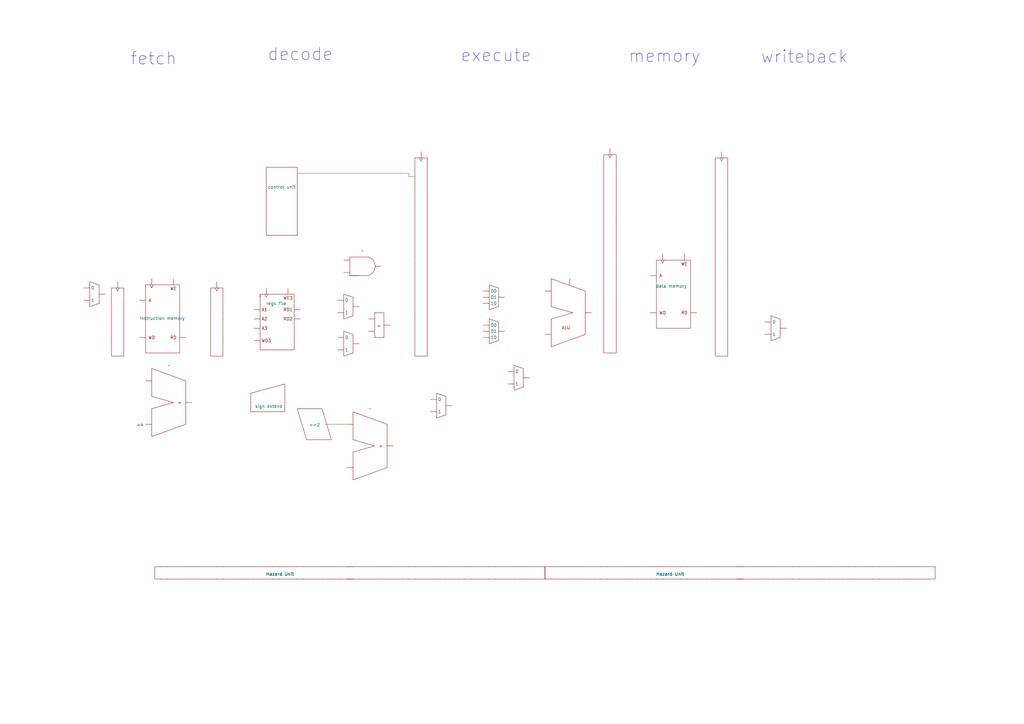
<source format=kicad_sch>
(kicad_sch (version 20231120) (generator "eeschema") (generator_version "8.0")
  (paper "A3")
  (title_block (title "C5 RISC-V processor") (company "cod5.com"))
  (lib_symbols
    (symbol "blocks:adder" (pin_numbers hide)
      (property "Reference" "U1" (at -2.54 -4.064 0))
      (property "Value" "~" (at -1.524 6.35 0))
      (symbol "adder_0_1"
        (polyline (pts (xy -8.89 12.7) (xy -8.89 13.97) (xy 5.08 8.89) (xy 5.08 -8.89)))
        (polyline (pts (xy -8.89 12.7) (xy -8.89 2.54) (xy 0 0) (xy -8.89 -2.54) (xy -8.89 -10.16) (xy -8.89 -13.97) (xy 5.08 -8.89)))
      )
      (symbol "adder_1_1"
        (text "+" (at 2.54 0 0) (effects (font (size 1.27 1.27))))
        (pin input line (at -11.43 8.89 0) (length 2.54) (name "A") (number ""))
        (pin input line (at -11.43 -8.89 0) (length 2.54) (name "B") (number ""))
        (pin output line (at 7.62 0 180) (length 2.54) (name "O") (number ""))
      )
    )
    (symbol "blocks:alu" (pin_numbers hide)
      (property "Reference" "U2" (at -2.286 7.874 0))
      (property "Value" "~" (at -2.794 3.302 0))
      (symbol "alu_0_1"
        (polyline (pts (xy -8.89 12.7) (xy -8.89 13.97) (xy 5.08 8.89) (xy 5.08 -8.89)))
        (polyline (pts (xy -8.89 12.7) (xy -8.89 2.54) (xy 0 0) (xy -8.89 -2.54) (xy -8.89 -10.16) (xy -8.89 -13.97) (xy 5.08 -8.89)))
      )
      (symbol "alu_1_1"
        (text "ALU" (at -2.794 -6.096 0) (effects (font (size 1.27 1.27))))
        (pin input line (at -1.27 13.97 270) (length 2.54) (name "") (number ""))
        (pin input line (at -11.43 8.89 0) (length 2.54) (name "A") (number ""))
        (pin input line (at -11.43 -8.89 0) (length 2.54) (name "B") (number ""))
        (pin output line (at 7.62 0 180) (length 2.54) (name "O") (number ""))
      )
    )
    (symbol "blocks:and" (pin_numbers hide)
      (property "Reference" "=" (at -3.302 0.762 0))
      (property "Value" " " (at -3.302 0 0))
      (symbol "and_0_1"
        (polyline (pts (xy -5.08 5.08) (xy -5.08 5.08)))
        (polyline (pts (xy 2.54 3.81) (xy -5.08 3.81)))
        (polyline (pts (xy 2.54 -3.81) (xy -5.08 -3.81) (xy -5.08 -3.81) (xy -5.08 -3.81)))
        (polyline (pts (xy -5.08 3.81) (xy -5.08 3.81) (xy -5.08 1.27) (xy -5.08 -1.27) (xy -5.08 -1.27) (xy -5.08 -3.81) (xy -1.27 -3.81)))
        (arc (start 2.54 -3.81) (mid 5.2861 0) (end 2.54 3.81))
      )
      (symbol "and_1_1"
        (pin input line (at -7.62 2.54 0) (length 2.54) (name "0") (number ""))
        (pin input line (at -7.62 -2.54 0) (length 2.54) (name "1") (number ""))
        (pin output line (at 7.62 0 180) (length 2.54) (name "O") (number ""))
      )
    )
    (symbol "blocks:control_unit" (pin_numbers hide)
      (property "Reference" "U2" (at -4.826 7.874 0))
      (property "Value" "control unit" (at 0.254 12.7 0))
      (symbol "control_unit_0_1"
        (polyline (pts (xy -6.35 12.7) (xy -6.35 13.97) (xy 6.35 13.97) (xy 6.35 -13.97)))
        (polyline (pts (xy -6.35 12.7) (xy -6.35 2.54) (xy -6.35 0) (xy -6.35 -2.54) (xy -6.35 -10.16) (xy -6.35 -13.97) (xy 6.35 -13.97)))
      )
      (symbol "control_unit_1_1"
        (pin input line (at -6.35 -11.43 0) (length 0) (name "A") (number ""))
        (pin input line (at -6.35 -8.89 0) (length 0) (name "A") (number ""))
        (pin input line (at -6.35 -6.35 0) (length 0) (name "A") (number ""))
        (pin input line (at -6.35 -3.81 0) (length 0) (name "A") (number ""))
        (pin input line (at -6.35 -1.27 0) (length 0) (name "A") (number ""))
        (pin input line (at -6.35 1.27 0) (length 0) (name "A") (number ""))
        (pin input line (at -6.35 3.81 0) (length 0) (name "A") (number ""))
        (pin input line (at -6.35 6.35 0) (length 0) (name "A") (number ""))
        (pin input line (at -6.35 8.89 0) (length 0) (name "A") (number ""))
        (pin input line (at -6.35 11.43 0) (length 0) (name "A") (number ""))
        (pin output line (at 6.35 -11.43 180) (length 0) (name "O") (number ""))
        (pin output line (at 6.35 -8.89 180) (length 0) (name "O") (number ""))
        (pin output line (at 6.35 -6.35 180) (length 0) (name "O") (number ""))
        (pin output line (at 6.35 -3.81 180) (length 0) (name "O") (number ""))
        (pin output line (at 6.35 -1.27 180) (length 0) (name "O") (number ""))
        (pin output line (at 6.35 1.27 180) (length 0) (name "O") (number ""))
        (pin output line (at 6.35 3.81 180) (length 0) (name "O") (number ""))
        (pin output line (at 6.35 6.35 180) (length 0) (name "O") (number ""))
        (pin output line (at 6.35 8.89 180) (length 0) (name "O") (number ""))
        (pin output line (at 6.35 11.43 180) (length 0) (name "O") (number ""))
      )
    )
    (symbol "blocks:equal" (pin_numbers hide)
      (property "Reference" "=" (at -7.112 0.762 0))
      (property "Value" "=" (at -7.112 0 0))
      (symbol "equal_0_1"
        (polyline (pts (xy -8.89 5.08) (xy -8.89 5.08) (xy -5.08 5.08) (xy -5.08 -5.08)))
        (polyline (pts (xy -8.89 5.08) (xy -8.89 2.54) (xy -8.89 0) (xy -8.89 -2.54) (xy -8.89 -2.54) (xy -8.89 -5.08) (xy -5.08 -5.08)))
      )
      (symbol "equal_1_1"
        (pin input line (at -11.43 2.54 0) (length 2.54) (name "0") (number ""))
        (pin input line (at -11.43 -2.54 0) (length 2.54) (name "1") (number ""))
        (pin output line (at -2.54 0 180) (length 2.54) (name "O") (number ""))
      )
    )
    (symbol "blocks:hazard_unit" (pin_numbers hide)
      (property "Reference" "U2" (at -47.244 0.254 90))
      (property "Value" "Hazard Unit" (at -42.672 -0.254 0))
      (symbol "hazard_unit_0_1"
        (polyline (pts (xy -81.28 -1.27) (xy -81.28 3.81) (xy 0 3.81)))
        (polyline (pts (xy -2.54 3.81) (xy -2.54 3.81) (xy 78.74 3.81)))
        (polyline (pts (xy -81.28 -1.27) (xy -16.51 -1.27) (xy -13.97 -1.27) (xy -11.43 -1.27) (xy -3.81 -1.27) (xy 0 -1.27) (xy 0 -1.27)))
        (polyline (pts (xy -2.54 -1.27) (xy 62.23 -1.27) (xy 64.77 -1.27) (xy 67.31 -1.27) (xy 74.93 -1.27) (xy 78.74 -1.27) (xy 78.74 3.81)))
      )
      (symbol "hazard_unit_1_1"
        (pin input line (at -78.74 -1.27 90) (length 0) (name "A") (number ""))
        (pin input line (at -76.2 -1.27 90) (length 0) (name "A") (number ""))
        (pin input line (at -73.66 -1.27 90) (length 0) (name "A") (number ""))
        (pin input line (at -71.12 -1.27 90) (length 0) (name "A") (number ""))
        (pin input line (at -68.58 -1.27 90) (length 0) (name "A") (number ""))
        (pin input line (at -66.04 -1.27 90) (length 0) (name "A") (number ""))
        (pin input line (at -63.5 -1.27 90) (length 0) (name "A") (number ""))
        (pin input line (at -60.96 -1.27 90) (length 0) (name "A") (number ""))
        (pin input line (at -58.42 -1.27 90) (length 0) (name "A") (number ""))
        (pin input line (at -55.88 -1.27 90) (length 0) (name "A") (number ""))
        (pin input line (at -53.34 -1.27 90) (length 0) (name "A") (number ""))
        (pin input line (at -50.8 -1.27 90) (length 0) (name "A") (number ""))
        (pin input line (at -48.26 -1.27 90) (length 0) (name "A") (number ""))
        (pin input line (at -45.72 -1.27 90) (length 0) (name "A") (number ""))
        (pin input line (at -43.18 -1.27 90) (length 0) (name "A") (number ""))
        (pin input line (at -40.64 -1.27 90) (length 0) (name "A") (number ""))
        (pin input line (at -38.1 -1.27 90) (length 0) (name "A") (number ""))
        (pin input line (at -35.56 -1.27 90) (length 0) (name "A") (number ""))
        (pin input line (at -33.02 -1.27 90) (length 0) (name "A") (number ""))
        (pin input line (at -30.48 -1.27 90) (length 0) (name "A") (number ""))
        (pin input line (at -27.94 -1.27 90) (length 0) (name "A") (number ""))
        (pin input line (at -25.4 -1.27 90) (length 0) (name "A") (number ""))
        (pin input line (at -22.86 -1.27 90) (length 0) (name "A") (number ""))
        (pin input line (at -20.32 -1.27 90) (length 0) (name "A") (number ""))
        (pin input line (at -17.78 -1.27 90) (length 0) (name "A") (number ""))
        (pin input line (at -15.24 -1.27 90) (length 0) (name "A") (number ""))
        (pin input line (at -12.7 -1.27 90) (length 0) (name "A") (number ""))
        (pin input line (at -10.16 -1.27 90) (length 0) (name "A") (number ""))
        (pin input line (at -7.62 -1.27 90) (length 0) (name "A") (number ""))
        (pin input line (at -5.08 -1.27 90) (length 0) (name "A") (number ""))
        (pin input line (at -2.54 -1.27 90) (length 0) (name "A") (number ""))
        (pin input line (at 0 -1.27 90) (length 0) (name "A") (number ""))
        (pin input line (at 2.54 -1.27 90) (length 0) (name "A") (number ""))
        (pin input line (at 5.08 -1.27 90) (length 0) (name "A") (number ""))
        (pin input line (at 7.62 -1.27 90) (length 0) (name "A") (number ""))
        (pin input line (at 10.16 -1.27 90) (length 0) (name "A") (number ""))
        (pin input line (at 12.7 -1.27 90) (length 0) (name "A") (number ""))
        (pin input line (at 15.24 -1.27 90) (length 0) (name "A") (number ""))
        (pin input line (at 17.78 -1.27 90) (length 0) (name "A") (number ""))
        (pin input line (at 20.32 -1.27 90) (length 0) (name "A") (number ""))
        (pin input line (at 22.86 -1.27 90) (length 0) (name "A") (number ""))
        (pin input line (at 25.4 -1.27 90) (length 0) (name "A") (number ""))
        (pin input line (at 27.94 -1.27 90) (length 0) (name "A") (number ""))
        (pin input line (at 30.48 -1.27 90) (length 0) (name "A") (number ""))
        (pin input line (at 33.02 -1.27 90) (length 0) (name "A") (number ""))
        (pin input line (at 35.56 -1.27 90) (length 0) (name "A") (number ""))
        (pin input line (at 38.1 -1.27 90) (length 0) (name "A") (number ""))
        (pin input line (at 40.64 -1.27 90) (length 0) (name "A") (number ""))
        (pin input line (at 43.18 -1.27 90) (length 0) (name "A") (number ""))
        (pin input line (at 45.72 -1.27 90) (length 0) (name "A") (number ""))
        (pin input line (at 48.26 -1.27 90) (length 0) (name "A") (number ""))
        (pin input line (at 50.8 -1.27 90) (length 0) (name "A") (number ""))
        (pin input line (at 53.34 -1.27 90) (length 0) (name "A") (number ""))
        (pin input line (at 55.88 -1.27 90) (length 0) (name "A") (number ""))
        (pin input line (at 58.42 -1.27 90) (length 0) (name "A") (number ""))
        (pin input line (at 60.96 -1.27 90) (length 0) (name "A") (number ""))
        (pin input line (at 63.5 -1.27 90) (length 0) (name "A") (number ""))
        (pin input line (at 66.04 -1.27 90) (length 0) (name "A") (number ""))
        (pin input line (at 68.58 -1.27 90) (length 0) (name "A") (number ""))
        (pin input line (at 71.12 -1.27 90) (length 0) (name "A") (number ""))
        (pin input line (at 73.66 -1.27 90) (length 0) (name "A") (number ""))
        (pin input line (at 76.2 -1.27 90) (length 0) (name "A") (number ""))
        (pin output line (at -78.74 3.81 270) (length 0) (name "O") (number ""))
        (pin output line (at -76.2 3.81 270) (length 0) (name "O") (number ""))
        (pin output line (at -73.66 3.81 270) (length 0) (name "O") (number ""))
        (pin output line (at -71.12 3.81 270) (length 0) (name "O") (number ""))
        (pin output line (at -68.58 3.81 270) (length 0) (name "O") (number ""))
        (pin output line (at -66.04 3.81 270) (length 0) (name "O") (number ""))
        (pin output line (at -63.5 3.81 270) (length 0) (name "O") (number ""))
        (pin output line (at -60.96 3.81 270) (length 0) (name "O") (number ""))
        (pin output line (at -58.42 3.81 270) (length 0) (name "O") (number ""))
        (pin output line (at -55.88 3.81 270) (length 0) (name "O") (number ""))
        (pin output line (at -53.34 3.81 270) (length 0) (name "O") (number ""))
        (pin output line (at -50.8 3.81 270) (length 0) (name "O") (number ""))
        (pin output line (at -48.26 3.81 270) (length 0) (name "O") (number ""))
        (pin output line (at -45.72 3.81 270) (length 0) (name "O") (number ""))
        (pin output line (at -43.18 3.81 270) (length 0) (name "O") (number ""))
        (pin output line (at -40.64 3.81 270) (length 0) (name "O") (number ""))
        (pin output line (at -38.1 3.81 270) (length 0) (name "O") (number ""))
        (pin output line (at -35.56 3.81 270) (length 0) (name "O") (number ""))
        (pin output line (at -33.02 3.81 270) (length 0) (name "O") (number ""))
        (pin output line (at -30.48 3.81 270) (length 0) (name "O") (number ""))
        (pin output line (at -27.94 3.81 270) (length 0) (name "O") (number ""))
        (pin output line (at -25.4 3.81 270) (length 0) (name "O") (number ""))
        (pin output line (at -22.86 3.81 270) (length 0) (name "O") (number ""))
        (pin output line (at -20.32 3.81 270) (length 0) (name "O") (number ""))
        (pin output line (at -17.78 3.81 270) (length 0) (name "O") (number ""))
        (pin output line (at -15.24 3.81 270) (length 0) (name "O") (number ""))
        (pin output line (at -12.7 3.81 270) (length 0) (name "O") (number ""))
        (pin output line (at -10.16 3.81 270) (length 0) (name "O") (number ""))
        (pin output line (at -7.62 3.81 270) (length 0) (name "O") (number ""))
        (pin output line (at -5.08 3.81 270) (length 0) (name "O") (number ""))
        (pin output line (at -2.54 3.81 270) (length 0) (name "O") (number ""))
        (pin output line (at 0 3.81 270) (length 0) (name "O") (number ""))
        (pin output line (at 2.54 3.81 270) (length 0) (name "O") (number ""))
        (pin output line (at 5.08 3.81 270) (length 0) (name "O") (number ""))
        (pin output line (at 7.62 3.81 270) (length 0) (name "O") (number ""))
        (pin output line (at 10.16 3.81 270) (length 0) (name "O") (number ""))
        (pin output line (at 12.7 3.81 270) (length 0) (name "O") (number ""))
        (pin output line (at 15.24 3.81 270) (length 0) (name "O") (number ""))
        (pin output line (at 17.78 3.81 270) (length 0) (name "O") (number ""))
        (pin output line (at 20.32 3.81 270) (length 0) (name "O") (number ""))
        (pin output line (at 22.86 3.81 270) (length 0) (name "O") (number ""))
        (pin output line (at 25.4 3.81 270) (length 0) (name "O") (number ""))
        (pin output line (at 27.94 3.81 270) (length 0) (name "O") (number ""))
        (pin output line (at 30.48 3.81 270) (length 0) (name "O") (number ""))
        (pin output line (at 33.02 3.81 270) (length 0) (name "O") (number ""))
        (pin output line (at 35.56 3.81 270) (length 0) (name "O") (number ""))
        (pin output line (at 38.1 3.81 270) (length 0) (name "O") (number ""))
        (pin output line (at 40.64 3.81 270) (length 0) (name "O") (number ""))
        (pin output line (at 43.18 3.81 270) (length 0) (name "O") (number ""))
        (pin output line (at 45.72 3.81 270) (length 0) (name "O") (number ""))
        (pin output line (at 48.26 3.81 270) (length 0) (name "O") (number ""))
        (pin output line (at 50.8 3.81 270) (length 0) (name "O") (number ""))
        (pin output line (at 53.34 3.81 270) (length 0) (name "O") (number ""))
        (pin output line (at 55.88 3.81 270) (length 0) (name "O") (number ""))
        (pin output line (at 58.42 3.81 270) (length 0) (name "O") (number ""))
        (pin output line (at 60.96 3.81 270) (length 0) (name "O") (number ""))
        (pin output line (at 63.5 3.81 270) (length 0) (name "O") (number ""))
        (pin output line (at 66.04 3.81 270) (length 0) (name "O") (number ""))
        (pin output line (at 68.58 3.81 270) (length 0) (name "O") (number ""))
        (pin output line (at 71.12 3.81 270) (length 0) (name "O") (number ""))
        (pin output line (at 73.66 3.81 270) (length 0) (name "O") (number ""))
        (pin output line (at 76.2 3.81 270) (length 0) (name "O") (number ""))
      )
    )
    (symbol "blocks:memory" (pin_numbers hide)
      (property "Reference" "U2" (at -2.286 7.874 0))
      (property "Value" "memory" (at -2.794 3.302 0))
      (symbol "memory_0_1"
        (polyline (pts (xy -8.89 12.7) (xy -8.89 13.97) (xy 5.08 13.97) (xy 5.08 -13.97)))
        (polyline (pts (xy -8.89 12.7) (xy -8.89 2.54) (xy -8.89 0) (xy -8.89 -2.54) (xy -8.89 -10.16) (xy -8.89 -13.97) (xy 5.08 -13.97)))
      )
      (symbol "memory_1_1"
        (text "A\n" (at -7.112 7.62 0) (effects (font (size 1.27 1.27))))
        (text "RD\n" (at 2.54 -7.62 0) (effects (font (size 1.27 1.27))))
        (text "WD" (at -6.35 -7.62 0) (effects (font (size 1.27 1.27))))
        (text "WE" (at 2.54 12.446 0) (effects (font (size 1.27 1.27))))
        (pin input line (at -11.43 7.62 0) (length 2.54) (name "A") (number ""))
        (pin input line (at -11.43 -7.62 0) (length 2.54) (name "B") (number ""))
        (pin output line (at 7.62 -7.62 180) (length 2.54) (name "O") (number ""))
        (pin input line (at 2.54 16.51 270) (length 2.54) (name "") (number "1"))
        (pin input clock (at -6.35 16.51 270) (length 2.54) (name "") (number "CLK"))
      )
    )
    (symbol "blocks:mux2" (pin_numbers hide)
      (property "Reference" "U1" (at -2.54 -4.064 0))
      (property "Value" "~" (at -1.524 6.35 0))
      (symbol "mux2_0_1"
        (polyline (pts (xy -8.89 5.08) (xy -8.89 5.08) (xy -5.08 3.81) (xy -5.08 -3.81)))
        (polyline (pts (xy -8.89 5.08) (xy -8.89 2.54) (xy -8.89 0) (xy -8.89 -2.54) (xy -8.89 -2.54) (xy -8.89 -5.08) (xy -5.08 -3.81)))
      )
      (symbol "mux2_1_1"
        (pin input line (at -6.35 -3.81 270) (length 0) (name "") (number ""))
        (pin input line (at -11.43 2.54 0) (length 2.54) (name "0") (number ""))
        (pin input line (at -11.43 -2.54 0) (length 2.54) (name "1") (number ""))
        (pin output line (at -2.54 0 180) (length 2.54) (name "O") (number ""))
        (pin input line (at -6.35 3.81 270) (length 0) (name "S") (number ""))
      )
    )
    (symbol "blocks:mux3" (pin_numbers hide)
      (property "Reference" "U1" (at -2.54 -4.064 0))
      (property "Value" "~" (at -1.524 6.35 0))
      (symbol "mux3_0_1"
        (polyline (pts (xy -8.89 5.08) (xy -8.89 5.08) (xy -5.08 3.81) (xy -5.08 -3.81)))
        (polyline (pts (xy -8.89 5.08) (xy -8.89 2.54) (xy -8.89 0) (xy -8.89 -2.54) (xy -8.89 -2.54) (xy -8.89 -5.08) (xy -5.08 -3.81)))
      )
      (symbol "mux3_1_1"
        (pin input line (at -6.35 -3.81 270) (length 0) (name "") (number ""))
        (pin input line (at -11.43 2.54 0) (length 2.54) (name "00") (number ""))
        (pin input line (at -11.43 0 0) (length 2.54) (name "01") (number ""))
        (pin input line (at -11.43 -2.54 0) (length 2.54) (name "10") (number ""))
        (pin output line (at -2.54 0 180) (length 2.54) (name "O") (number ""))
        (pin input line (at -6.35 3.81 270) (length 0) (name "S") (number ""))
      )
    )
    (symbol "blocks:reg_file" (pin_numbers hide)
      (property "Reference" "U2" (at 0.254 5.334 0))
      (property "Value" "regs file" (at 0.254 7.62 0))
      (symbol "reg_file_0_1"
        (polyline (pts (xy -6.35 10.16) (xy -6.35 11.43) (xy 7.62 11.43) (xy 7.62 -11.43)))
        (polyline (pts (xy -6.35 11.43) (xy -6.35 5.08) (xy -6.35 2.54) (xy -6.35 0) (xy -6.35 -7.62) (xy -6.35 -11.43) (xy 7.62 -11.43)))
      )
      (symbol "reg_file_1_1"
        (text "A1" (at -4.572 5.08 0) (effects (font (size 1.27 1.27))))
        (text "A2\n" (at -4.572 1.27 0) (effects (font (size 1.27 1.27))))
        (text "A3\n" (at -4.572 -2.54 0) (effects (font (size 1.27 1.27))))
        (text "RD1\n" (at 5.08 5.08 0) (effects (font (size 1.27 1.27))))
        (text "RD2" (at 5.08 1.27 0) (effects (font (size 1.27 1.27))))
        (text "WD3" (at -3.81 -7.62 0) (effects (font (size 1.27 1.27))))
        (text "WE3" (at 5.08 9.906 0) (effects (font (size 1.27 1.27))))
        (pin input line (at -8.89 -2.54 0) (length 2.54) (name "A") (number ""))
        (pin input line (at -8.89 1.27 0) (length 2.54) (name "A") (number ""))
        (pin input line (at -8.89 5.08 0) (length 2.54) (name "A") (number ""))
        (pin input line (at -8.89 -7.62 0) (length 2.54) (name "B") (number ""))
        (pin output line (at 10.16 1.27 180) (length 2.54) (name "O") (number ""))
        (pin output line (at 10.16 5.08 180) (length 2.54) (name "O") (number ""))
        (pin input line (at 5.08 13.97 270) (length 2.54) (name "") (number "1"))
        (pin input clock (at -3.81 13.97 270) (length 2.54) (name "") (number "CLK"))
      )
    )
    (symbol "blocks:register" (pin_numbers hide)
      (property "Reference" "U2" (at -1.016 7.874 0))
      (property "Value" "~" (at -1.524 3.302 0))
      (symbol "register_0_1"
        (polyline (pts (xy -2.54 12.7) (xy -2.54 13.97) (xy 2.54 13.97) (xy 2.54 -13.97)))
        (polyline (pts (xy -2.54 12.7) (xy -2.54 2.54) (xy -2.54 0) (xy -2.54 -2.54) (xy -2.54 -10.16) (xy -2.54 -13.97) (xy 2.54 -13.97)))
      )
      (symbol "register_1_1"
        (pin input line (at -2.54 -11.43 0) (length 0) (name "A") (number ""))
        (pin input line (at -2.54 -8.89 0) (length 0) (name "A") (number ""))
        (pin input line (at -2.54 -6.35 0) (length 0) (name "A") (number ""))
        (pin input line (at -2.54 -3.81 0) (length 0) (name "A") (number ""))
        (pin input line (at -2.54 -1.27 0) (length 0) (name "A") (number ""))
        (pin input line (at -2.54 1.27 0) (length 0) (name "A") (number ""))
        (pin input line (at -2.54 3.81 0) (length 0) (name "A") (number ""))
        (pin input line (at -2.54 6.35 0) (length 0) (name "A") (number ""))
        (pin input line (at -2.54 8.89 0) (length 0) (name "A") (number ""))
        (pin input line (at -2.54 11.43 0) (length 0) (name "A") (number ""))
        (pin input line (at 0 -13.97 90) (length 0) (name "A") (number ""))
        (pin output line (at 2.54 -11.43 180) (length 0) (name "O") (number ""))
        (pin output line (at 2.54 -8.89 180) (length 0) (name "O") (number ""))
        (pin output line (at 2.54 -6.35 180) (length 0) (name "O") (number ""))
        (pin output line (at 2.54 -3.81 180) (length 0) (name "O") (number ""))
        (pin output line (at 2.54 -1.27 180) (length 0) (name "O") (number ""))
        (pin output line (at 2.54 1.27 180) (length 0) (name "O") (number ""))
        (pin output line (at 2.54 3.81 180) (length 0) (name "O") (number ""))
        (pin output line (at 2.54 6.35 180) (length 0) (name "O") (number ""))
        (pin output line (at 2.54 8.89 180) (length 0) (name "O") (number ""))
        (pin output line (at 2.54 11.43 180) (length 0) (name "O") (number ""))
        (pin input clock (at 0 16.51 270) (length 2.54) (name "") (number "CLK"))
      )
    )
    (symbol "blocks:register_big" (pin_numbers hide)
      (property "Reference" "U2" (at -1.016 7.874 0))
      (property "Value" "~" (at -1.524 3.302 0))
      (symbol "register_big_0_1"
        (polyline (pts (xy -2.54 41.91) (xy 2.54 41.91) (xy 2.54 -39.37)))
        (polyline (pts (xy -2.54 41.91) (xy -2.54 -22.86) (xy -2.54 -25.4) (xy -2.54 -27.94) (xy -2.54 -35.56) (xy -2.54 -39.37) (xy 2.54 -39.37)))
      )
      (symbol "register_big_1_1"
        (pin input line (at -2.54 -36.83 0) (length 0) (name "A") (number ""))
        (pin input line (at -2.54 -34.29 0) (length 0) (name "A") (number ""))
        (pin input line (at -2.54 -31.75 0) (length 0) (name "A") (number ""))
        (pin input line (at -2.54 -29.21 0) (length 0) (name "A") (number ""))
        (pin input line (at -2.54 -26.67 0) (length 0) (name "A") (number ""))
        (pin input line (at -2.54 -24.13 0) (length 0) (name "A") (number ""))
        (pin input line (at -2.54 -21.59 0) (length 0) (name "A") (number ""))
        (pin input line (at -2.54 -19.05 0) (length 0) (name "A") (number ""))
        (pin input line (at -2.54 -16.51 0) (length 0) (name "A") (number ""))
        (pin input line (at -2.54 -13.97 0) (length 0) (name "A") (number ""))
        (pin input line (at -2.54 -11.43 0) (length 0) (name "A") (number ""))
        (pin input line (at -2.54 -8.89 0) (length 0) (name "A") (number ""))
        (pin input line (at -2.54 -6.35 0) (length 0) (name "A") (number ""))
        (pin input line (at -2.54 -3.81 0) (length 0) (name "A") (number ""))
        (pin input line (at -2.54 -1.27 0) (length 0) (name "A") (number ""))
        (pin input line (at -2.54 1.27 0) (length 0) (name "A") (number ""))
        (pin input line (at -2.54 3.81 0) (length 0) (name "A") (number ""))
        (pin input line (at -2.54 6.35 0) (length 0) (name "A") (number ""))
        (pin input line (at -2.54 8.89 0) (length 0) (name "A") (number ""))
        (pin input line (at -2.54 11.43 0) (length 0) (name "A") (number ""))
        (pin input line (at -2.54 13.97 0) (length 0) (name "A") (number ""))
        (pin input line (at -2.54 16.51 0) (length 0) (name "A") (number ""))
        (pin input line (at -2.54 19.05 0) (length 0) (name "A") (number ""))
        (pin input line (at -2.54 21.59 0) (length 0) (name "A") (number ""))
        (pin input line (at -2.54 24.13 0) (length 0) (name "A") (number ""))
        (pin input line (at -2.54 26.67 0) (length 0) (name "A") (number ""))
        (pin input line (at -2.54 29.21 0) (length 0) (name "A") (number ""))
        (pin input line (at -2.54 31.75 0) (length 0) (name "A") (number ""))
        (pin input line (at -2.54 34.29 0) (length 0) (name "A") (number ""))
        (pin input line (at -2.54 36.83 0) (length 0) (name "A") (number ""))
        (pin input line (at -2.54 39.37 0) (length 0) (name "A") (number ""))
        (pin input line (at 0 -39.37 90) (length 0) (name "A") (number ""))
        (pin output line (at 2.54 -36.83 180) (length 0) (name "O") (number ""))
        (pin output line (at 2.54 -34.29 180) (length 0) (name "O") (number ""))
        (pin output line (at 2.54 -31.75 180) (length 0) (name "O") (number ""))
        (pin output line (at 2.54 -29.21 180) (length 0) (name "O") (number ""))
        (pin output line (at 2.54 -26.67 180) (length 0) (name "O") (number ""))
        (pin output line (at 2.54 -24.13 180) (length 0) (name "O") (number ""))
        (pin output line (at 2.54 -21.59 180) (length 0) (name "O") (number ""))
        (pin output line (at 2.54 -19.05 180) (length 0) (name "O") (number ""))
        (pin output line (at 2.54 -16.51 180) (length 0) (name "O") (number ""))
        (pin output line (at 2.54 -13.97 180) (length 0) (name "O") (number ""))
        (pin output line (at 2.54 -11.43 180) (length 0) (name "O") (number ""))
        (pin output line (at 2.54 -8.89 180) (length 0) (name "O") (number ""))
        (pin output line (at 2.54 -6.35 180) (length 0) (name "O") (number ""))
        (pin output line (at 2.54 -3.81 180) (length 0) (name "O") (number ""))
        (pin output line (at 2.54 -1.27 180) (length 0) (name "O") (number ""))
        (pin output line (at 2.54 1.27 180) (length 0) (name "O") (number ""))
        (pin output line (at 2.54 3.81 180) (length 0) (name "O") (number ""))
        (pin output line (at 2.54 6.35 180) (length 0) (name "O") (number ""))
        (pin output line (at 2.54 8.89 180) (length 0) (name "O") (number ""))
        (pin output line (at 2.54 11.43 180) (length 0) (name "O") (number ""))
        (pin output line (at 2.54 13.97 180) (length 0) (name "O") (number ""))
        (pin output line (at 2.54 16.51 180) (length 0) (name "O") (number ""))
        (pin output line (at 2.54 19.05 180) (length 0) (name "O") (number ""))
        (pin output line (at 2.54 21.59 180) (length 0) (name "O") (number ""))
        (pin output line (at 2.54 24.13 180) (length 0) (name "O") (number ""))
        (pin output line (at 2.54 26.67 180) (length 0) (name "O") (number ""))
        (pin output line (at 2.54 29.21 180) (length 0) (name "O") (number ""))
        (pin output line (at 2.54 31.75 180) (length 0) (name "O") (number ""))
        (pin output line (at 2.54 34.29 180) (length 0) (name "O") (number ""))
        (pin output line (at 2.54 36.83 180) (length 0) (name "O") (number ""))
        (pin output line (at 2.54 39.37 180) (length 0) (name "O") (number ""))
        (pin input clock (at 0 44.45 270) (length 2.54) (name "") (number "CLK"))
      )
    )
    (symbol "blocks:shift" (pin_numbers hide)
      (property "Reference" "U2" (at -1.016 7.874 0))
      (property "Value" "<<2" (at 0.254 0.254 0))
      (symbol "shift_0_1"
        (polyline (pts (xy -6.35 6.35) (xy -2.54 -6.35) (xy 7.62 -6.35) (xy 3.81 6.35) (xy -6.35 6.35)))
      )
      (symbol "shift_1_1"
        (pin input line (at -3.81 0 0) (length 0) (name "A") (number ""))
        (pin output line (at 5.08 0 180) (length 0) (name "O") (number ""))
      )
    )
    (symbol "blocks:sign_extend" (pin_numbers hide)
      (property "Reference" "U2" (at -1.016 7.874 0))
      (property "Value" "sign extend" (at 0.254 -2.032 0))
      (symbol "sign_extend_0_1"
        (polyline (pts (xy -6.35 3.81) (xy -6.35 -3.81) (xy 7.62 -3.81) (xy 7.62 7.62) (xy -6.35 3.81)))
      )
      (symbol "sign_extend_1_1"
        (pin input line (at -6.35 0 0) (length 0) (name "A") (number ""))
        (pin output line (at 7.62 0 180) (length 0) (name "O") (number ""))
      )
    )
  )
  (wire (pts (xy 133.35 173.99) (xy 142.24 173.99)))
  (wire (pts (xy 121.92 71.12) (xy 167.64 71.12)))
  (wire (pts (xy 167.64 72.39) (xy 170.18 72.39)))
  (wire (pts (xy 167.64 71.12) (xy 167.64 72.39)))
  (text "fetch" (at 62.992 24.13 0) (effects (font (size 5.08 5.08))))
  (text "writeback" (at 329.946 23.368 0) (effects (font (size 5.08 5.08))))
  (text "decode" (at 123.19 22.352 0) (effects (font (size 5.08 5.08))))
  (text "memory" (at 272.542 23.114 0) (effects (font (size 5.08 5.08))))
  (text "execute" (at 203.454 22.86 0) (effects (font (size 5.08 5.08))))
  (text "+4" (at 57.404 174.498 0) (effects (font (size 1.27 1.27))))
  (symbol (lib_id "blocks:reg_file") (at 113.03 132.08 0) (unit 1)
    (property "Reference" "U7" (at 113.665 144.78 0) (effects (font (size 0.001 0.001))))
    (property "Value" "regs file" (at 113.284 124.46 0))
  )
  (symbol (lib_id "blocks:equal") (at 162.56 133.35 0) (unit 1)
    (property "Reference" "=2" (at 155.575 124.46 0) (effects (font (size 0.001 0.001))))
    (property "Value" "=" (at 155.448 133.604 0))
  )
  (symbol (lib_name "blocks:mux2") (lib_id "blocks:mux2") (at 219.71 154.94 0) (unit 1)
    (property "Reference" "U16" (at 212.725 161.29 0) (effects (font (size 0.001 0.001))))
    (property "Value" "~" (at 212.725 162.56 0) (effects (font (size 0.001 0.001))))
  )
  (symbol (lib_name "blocks:register_big") (lib_id "blocks:register_big") (at 172.72 106.68 0) (unit 1)
    (property "Reference" "U13" (at 174.3711 62.23 0) (effects (font (size 0.001 0.001)) (justify left)))
    (property "Value" "~" (at 174.3711 63.5 0) (effects (font (size 0.001 0.001)) (justify left)))
  )
  (symbol (lib_name "blocks:hazard_unit") (lib_id "blocks:hazard_unit") (at 304.8 236.22 0) (unit 1)
    (property "Reference" "U24" (at 222.25 233.68 0) (effects (font (size 0.001 0.001)) (justify right)))
    (property "Value" "Hazard Unit" (at 280.67 235.458 0) (effects (justify right)))
  )
  (symbol (lib_name "blocks:mux2") (lib_id "blocks:mux2") (at 45.72 120.65 0) (unit 1)
    (property "Reference" "U3" (at 38.735 127 0) (effects (font (size 0.001 0.001))))
    (property "Value" "~" (at 38.735 128.27 0) (effects (font (size 0.001 0.001))))
  )
  (symbol (lib_name "blocks:alu") (lib_id "blocks:alu") (at 234.95 128.27 0) (unit 1)
    (property "Reference" "U2" (at 232.664 120.396 0) (effects (font (size 0.001 0.001))))
    (property "Value" "~" (at 232.156 124.968 0) (effects (font (size 0.001 0.001))))
  )
  (symbol (lib_id "blocks:and") (at 148.59 109.22 0) (unit 1)
    (property "Reference" "=3" (at 148.693 101.6 0) (effects (font (size 0.001 0.001))))
    (property "Value" "~" (at 148.693 102.87 0))
  )
  (symbol (lib_name "blocks:mux3") (lib_id "blocks:mux3") (at 209.55 135.89 0) (unit 1)
    (property "Reference" "U15" (at 202.565 142.24 0) (effects (font (size 0.001 0.001))))
    (property "Value" "~" (at 202.565 143.51 0) (effects (font (size 0.001 0.001))))
  )
  (symbol (lib_name "blocks:mux2") (lib_id "blocks:mux2") (at 187.96 166.37 0) (unit 1)
    (property "Reference" "U17" (at 180.975 172.72 0) (effects (font (size 0.001 0.001))))
    (property "Value" "~" (at 180.975 173.99 0) (effects (font (size 0.001 0.001))))
  )
  (symbol (lib_name "blocks:register_big") (lib_id "blocks:register_big") (at 250.19 105.41 0) (unit 1)
    (property "Reference" "U18" (at 251.8411 60.96 0) (effects (font (size 0.001 0.001)) (justify left)))
    (property "Value" "~" (at 251.8411 62.23 0) (effects (font (size 0.001 0.001)) (justify left)))
  )
  (symbol (lib_name "blocks:mux2") (lib_id "blocks:mux2") (at 325.12 134.62 0) (unit 1)
    (property "Reference" "U21" (at 318.135 140.97 0) (effects (font (size 0.001 0.001))))
    (property "Value" "~" (at 318.135 142.24 0) (effects (font (size 0.001 0.001))))
  )
  (symbol (lib_id "blocks:shift") (at 128.27 173.99 0) (unit 1)
    (property "Reference" "U9" (at 128.905 163.83 0) (effects (font (size 0.001 0.001))))
    (property "Value" "<<2" (at 129.032 174.244 0))
  )
  (symbol (lib_name "blocks:mux2") (lib_id "blocks:mux2") (at 149.86 125.73 0) (unit 1)
    (property "Reference" "U10" (at 142.875 132.08 0) (effects (font (size 0.001 0.001))))
    (property "Value" "~" (at 142.875 133.35 0) (effects (font (size 0.001 0.001))))
  )
  (symbol (lib_name "blocks:hazard_unit") (lib_id "blocks:hazard_unit") (at 144.78 236.22 0) (unit 1)
    (property "Reference" "U23" (at 62.23 233.68 0) (effects (font (size 0.001 0.001)) (justify right)))
    (property "Value" "Hazard Unit" (at 120.65 235.458 0) (effects (justify right)))
  )
  (symbol (lib_id "blocks:sign_extend") (at 109.22 165.1 0) (unit 1)
    (property "Reference" "U8" (at 109.855 153.67 0) (effects (font (size 0.001 0.001))))
    (property "Value" "sign extend" (at 110.236 166.624 0))
  )
  (symbol (lib_name "blocks:register") (lib_id "blocks:register") (at 88.9 132.08 0) (unit 1)
    (property "Reference" "U6" (at 90.5511 115.57 0) (effects (font (size 0.001 0.001)) (justify left)))
    (property "Value" "~" (at 90.5511 116.84 0) (effects (font (size 0.001 0.001)) (justify left)))
  )
  (symbol (lib_name "blocks:adder") (lib_id "blocks:adder") (at 71.12 165.1 0) (unit 1)
    (property "Reference" "U1" (at 69.215 148.59 0) (effects (font (size 0.001 0.001))))
    (property "Value" "~" (at 69.215 149.86 0))
  )
  (symbol (lib_name "blocks:register") (lib_id "blocks:register") (at 48.26 132.08 0) (unit 1)
    (property "Reference" "U4" (at 49.9111 115.57 0) (effects (font (size 0.001 0.001)) (justify left)))
    (property "Value" "~" (at 49.9111 116.84 0) (effects (font (size 0.001 0.001)) (justify left)))
  )
  (symbol (lib_name "blocks:memory") (lib_id "blocks:memory") (at 68.58 130.81 0) (unit 1)
    (property "Reference" "U5" (at 66.675 146.05 0) (effects (font (size 0.001 0.001))))
    (property "Value" "instruction memory" (at 66.548 130.556 0))
  )
  (symbol (lib_name "blocks:mux2") (lib_id "blocks:mux2") (at 149.86 140.97 0) (unit 1)
    (property "Reference" "U11" (at 142.875 147.32 0) (effects (font (size 0.001 0.001))))
    (property "Value" "~" (at 142.875 148.59 0) (effects (font (size 0.001 0.001))))
  )
  (symbol (lib_name "blocks:register_big") (lib_id "blocks:register_big") (at 295.91 106.68 0) (unit 1)
    (property "Reference" "U20" (at 297.5611 62.23 0) (effects (font (size 0.001 0.001)) (justify left)))
    (property "Value" "~" (at 297.5611 63.5 0) (effects (font (size 0.001 0.001)) (justify left)))
  )
  (symbol (lib_name "blocks:adder") (lib_id "blocks:adder") (at 153.67 182.88 0) (unit 1)
    (property "Reference" "U12" (at 151.765 166.37 0) (effects (font (size 0.001 0.001))))
    (property "Value" "~" (at 151.765 167.64 0))
  )
  (symbol (lib_name "blocks:memory") (lib_id "blocks:memory") (at 278.13 120.65 0) (unit 1)
    (property "Reference" "U19" (at 276.225 135.89 0) (effects (font (size 0.001 0.001))))
    (property "Value" "data memory" (at 275.336 117.348 0))
  )
  (symbol (lib_id "blocks:control_unit") (at 115.57 82.55 0) (unit 1)
    (property "Reference" "U22" (at 115.57 64.77 0) (effects (font (size 0.001 0.001))))
    (property "Value" "control unit" (at 115.57 76.708 0))
  )
  (symbol (lib_name "blocks:mux3") (lib_id "blocks:mux3") (at 209.55 121.92 0) (unit 1)
    (property "Reference" "U14" (at 202.565 128.27 0) (effects (font (size 0.001 0.001))))
    (property "Value" "~" (at 202.565 129.54 0) (effects (font (size 0.001 0.001))))
  )
)
</source>
